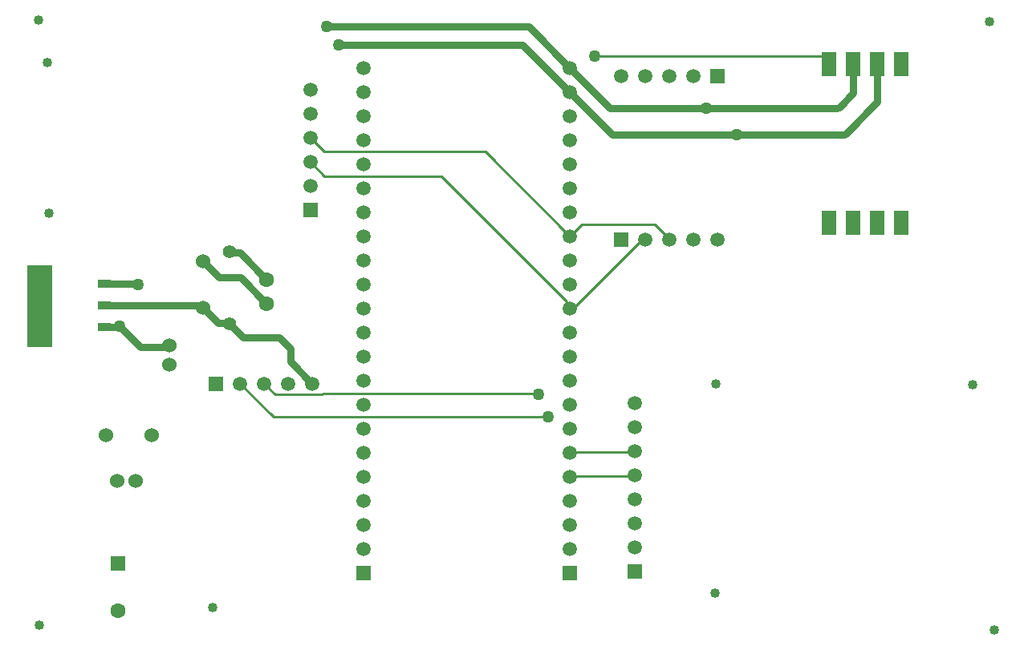
<source format=gbr>
G04*
G04 #@! TF.GenerationSoftware,Altium Limited,Altium Designer,22.4.2 (48)*
G04*
G04 Layer_Physical_Order=1*
G04 Layer_Color=255*
%FSLAX25Y25*%
%MOIN*%
G70*
G04*
G04 #@! TF.SameCoordinates,35F994A0-CBEB-4DCB-B987-FA79AE394E82*
G04*
G04*
G04 #@! TF.FilePolarity,Positive*
G04*
G01*
G75*
%ADD12C,0.01000*%
%ADD14C,0.03000*%
%ADD15R,0.05984X0.10000*%
G04:AMPARAMS|DCode=16|XSize=36.61mil|YSize=51.58mil|CornerRadius=2.75mil|HoleSize=0mil|Usage=FLASHONLY|Rotation=90.000|XOffset=0mil|YOffset=0mil|HoleType=Round|Shape=RoundedRectangle|*
%AMROUNDEDRECTD16*
21,1,0.03661,0.04608,0,0,90.0*
21,1,0.03112,0.05158,0,0,90.0*
1,1,0.00549,0.02304,0.01556*
1,1,0.00549,0.02304,-0.01556*
1,1,0.00549,-0.02304,-0.01556*
1,1,0.00549,-0.02304,0.01556*
%
%ADD16ROUNDEDRECTD16*%
G04:AMPARAMS|DCode=17|XSize=127.56mil|YSize=51.58mil|CornerRadius=3.87mil|HoleSize=0mil|Usage=FLASHONLY|Rotation=90.000|XOffset=0mil|YOffset=0mil|HoleType=Round|Shape=RoundedRectangle|*
%AMROUNDEDRECTD17*
21,1,0.12756,0.04384,0,0,90.0*
21,1,0.11982,0.05158,0,0,90.0*
1,1,0.00774,0.02192,0.05991*
1,1,0.00774,0.02192,-0.05991*
1,1,0.00774,-0.02192,-0.05991*
1,1,0.00774,-0.02192,0.05991*
%
%ADD17ROUNDEDRECTD17*%
%ADD30C,0.02000*%
%ADD31C,0.04000*%
%ADD32R,0.05906X0.05906*%
%ADD33C,0.05906*%
%ADD34R,0.05906X0.05906*%
%ADD35C,0.06299*%
%ADD36R,0.06299X0.06299*%
%ADD37C,0.06000*%
%ADD38C,0.05512*%
%ADD39C,0.05000*%
G36*
X278296Y259842D02*
X288633D01*
Y225984D01*
X287846D01*
X278296D01*
Y259842D01*
D02*
G37*
D12*
X611240Y343386D02*
Y344358D01*
X608748Y346850D02*
X611240Y344358D01*
X513779Y346850D02*
X608748D01*
X506350Y243369D02*
X506361D01*
X532025Y269033D02*
X532115D01*
X503543Y241890D02*
X504871D01*
X506350Y243369D01*
X506361D02*
X532025Y269033D01*
X532115D02*
X533554Y270472D01*
X534882D01*
X502103Y244657D02*
X503543Y243217D01*
X450000Y296850D02*
X502103Y244747D01*
Y244657D02*
Y244747D01*
X503543Y241890D02*
Y243217D01*
X401614Y296850D02*
X450000D01*
X395768Y302697D02*
X401614Y296850D01*
X508425Y276772D02*
X538976D01*
X544882Y270866D01*
X468347Y307087D02*
X503543Y271890D01*
X508425Y276772D01*
X544882Y270472D02*
Y270866D01*
X401378Y307087D02*
X468347D01*
X530039Y182165D02*
X530315Y182441D01*
X530039Y172165D02*
X530315Y172441D01*
X395768Y312697D02*
X401378Y307087D01*
X380394Y196850D02*
X494488D01*
X366614Y210630D02*
X380394Y196850D01*
X490508Y206343D02*
X490551Y206299D01*
X400925Y206343D02*
X490508D01*
X400760Y206177D02*
X400925Y206343D01*
X381067Y206177D02*
X400760D01*
X376614Y210630D02*
X381067Y206177D01*
X503543Y171890D02*
X503819Y172165D01*
X530039D01*
X503543Y181890D02*
X503819Y182165D01*
X530039D01*
D14*
X530315Y202441D02*
X530871Y202997D01*
X503543Y341890D02*
X520236Y325197D01*
X560236D01*
X521260Y314173D02*
X572835D01*
X503543Y331890D02*
X521260Y314173D01*
X407362Y351575D02*
X483858D01*
X503543Y331890D01*
X402362Y359055D02*
X486378D01*
X503543Y341890D01*
X572835Y314173D02*
X617323D01*
X560236Y325197D02*
X614567D01*
X618110Y314567D02*
X631240Y327697D01*
Y343386D01*
X621240Y331476D02*
Y343386D01*
X615354Y325590D02*
X621240Y331476D01*
X351181Y261417D02*
X357874Y254724D01*
X366653D01*
X361724Y235874D02*
X362205Y235394D01*
X351181Y242126D02*
X357433Y235874D01*
X361724D01*
X325197Y225984D02*
X336776D01*
X316535Y234646D02*
X325197Y225984D01*
X349188Y243307D02*
X350369Y242126D01*
X351181D01*
X310020Y243307D02*
X349188D01*
X310197Y252146D02*
X323839D01*
X324016Y251969D01*
X310020Y252323D02*
X310197Y252146D01*
X350607Y260843D02*
X351181Y261417D01*
X366386Y265110D02*
X377559Y253937D01*
X362488Y265110D02*
X366386D01*
X316181Y234291D02*
X316535Y234646D01*
X310020Y234291D02*
X316181D01*
X367677Y229921D02*
X382677D01*
X362205Y235394D02*
X367677Y229921D01*
X382677D02*
X387402Y225197D01*
Y219843D02*
Y225197D01*
Y219843D02*
X396614Y210630D01*
X310020Y234291D02*
X310350Y234622D01*
X366653Y254724D02*
X377559Y243819D01*
D15*
X641240Y343386D02*
D03*
X631240D02*
D03*
X621240D02*
D03*
X611240D02*
D03*
Y277402D02*
D03*
X621240D02*
D03*
X631240D02*
D03*
X641240D02*
D03*
D16*
X310020Y234291D02*
D03*
Y243307D02*
D03*
Y252323D02*
D03*
D17*
X283681Y243307D02*
D03*
D30*
X377559Y253819D02*
Y253937D01*
X362205Y265394D02*
X362488Y265110D01*
D31*
X282677Y361811D02*
D03*
X679921Y108268D02*
D03*
X670866Y210236D02*
D03*
X563779Y123622D02*
D03*
X564173Y210630D02*
D03*
X677953Y361024D02*
D03*
X283071Y110236D02*
D03*
X287008Y281496D02*
D03*
X286614Y344094D02*
D03*
X355118Y117618D02*
D03*
D32*
X503543Y131890D02*
D03*
X530315Y132441D02*
D03*
X417717Y131890D02*
D03*
X395768Y282697D02*
D03*
D33*
X503543Y141890D02*
D03*
Y151890D02*
D03*
Y161890D02*
D03*
Y171890D02*
D03*
Y181890D02*
D03*
Y191890D02*
D03*
Y201890D02*
D03*
Y211890D02*
D03*
Y221890D02*
D03*
Y231890D02*
D03*
Y241890D02*
D03*
Y251890D02*
D03*
Y261890D02*
D03*
Y271890D02*
D03*
Y281890D02*
D03*
Y291890D02*
D03*
Y301890D02*
D03*
Y311890D02*
D03*
Y321890D02*
D03*
Y331890D02*
D03*
Y341890D02*
D03*
X554882Y338583D02*
D03*
X544882D02*
D03*
X534882D02*
D03*
X524882D02*
D03*
X534882Y270472D02*
D03*
X544882D02*
D03*
X554882D02*
D03*
X564882D02*
D03*
X530315Y202441D02*
D03*
Y192441D02*
D03*
Y182441D02*
D03*
Y172441D02*
D03*
Y162441D02*
D03*
Y152441D02*
D03*
Y142441D02*
D03*
X396614Y210630D02*
D03*
X386614D02*
D03*
X376614D02*
D03*
X366614D02*
D03*
X417717Y341890D02*
D03*
Y331890D02*
D03*
Y321890D02*
D03*
Y311890D02*
D03*
Y301890D02*
D03*
Y291890D02*
D03*
Y281890D02*
D03*
Y271890D02*
D03*
Y261890D02*
D03*
Y251890D02*
D03*
Y241890D02*
D03*
Y231890D02*
D03*
Y221890D02*
D03*
Y211890D02*
D03*
Y201890D02*
D03*
Y191890D02*
D03*
Y181890D02*
D03*
Y171890D02*
D03*
Y161890D02*
D03*
Y151890D02*
D03*
Y141890D02*
D03*
X395768Y292697D02*
D03*
Y302697D02*
D03*
Y312697D02*
D03*
Y322697D02*
D03*
Y332697D02*
D03*
D34*
X564882Y338583D02*
D03*
X524882Y270472D02*
D03*
X356614Y210630D02*
D03*
D35*
X315774Y116059D02*
D03*
X377559Y253819D02*
D03*
Y243819D02*
D03*
D36*
X315774Y135744D02*
D03*
D37*
X337008Y226378D02*
D03*
Y218504D02*
D03*
X315381Y169996D02*
D03*
X323255D02*
D03*
X310656Y189287D02*
D03*
X329947D02*
D03*
X351181Y242126D02*
D03*
Y261417D02*
D03*
D38*
X362205Y235394D02*
D03*
Y265394D02*
D03*
D39*
X513779Y346850D02*
D03*
X572835Y314173D02*
D03*
X560236Y325197D02*
D03*
X407362Y351575D02*
D03*
X402362Y359055D02*
D03*
X324016Y251969D02*
D03*
X494488Y196850D02*
D03*
X490551Y206299D02*
D03*
X316535Y234646D02*
D03*
M02*

</source>
